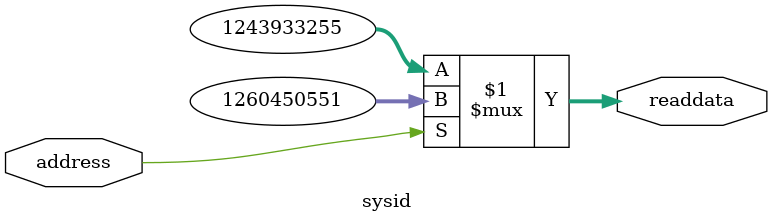
<source format=v>

`timescale 1ns / 1ps
// synthesis translate_on

// turn off superfluous verilog processor warnings 
// altera message_level Level1 
// altera message_off 10034 10035 10036 10037 10230 10240 10030 

module sysid (
               // inputs:
                address,

               // outputs:
                readdata
             )
;

  output  [ 31: 0] readdata;
  input            address;

  wire    [ 31: 0] readdata;
  //control_slave, which is an e_avalon_slave
  assign readdata = address ? 1260450551 : 1243933255;

endmodule


</source>
